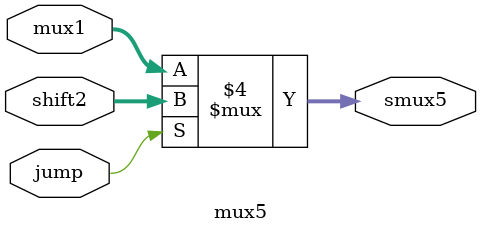
<source format=v>
module mux5
(
	input [31:0] mux1, shift2,
	input jump,
	output reg [31:0] smux5
);

always @*
begin
	if(jump == 1'b1)
		begin
			smux5 <= shift2;
		end
	else
		begin
			smux5 <= mux1;
		end
end
endmodule 
</source>
